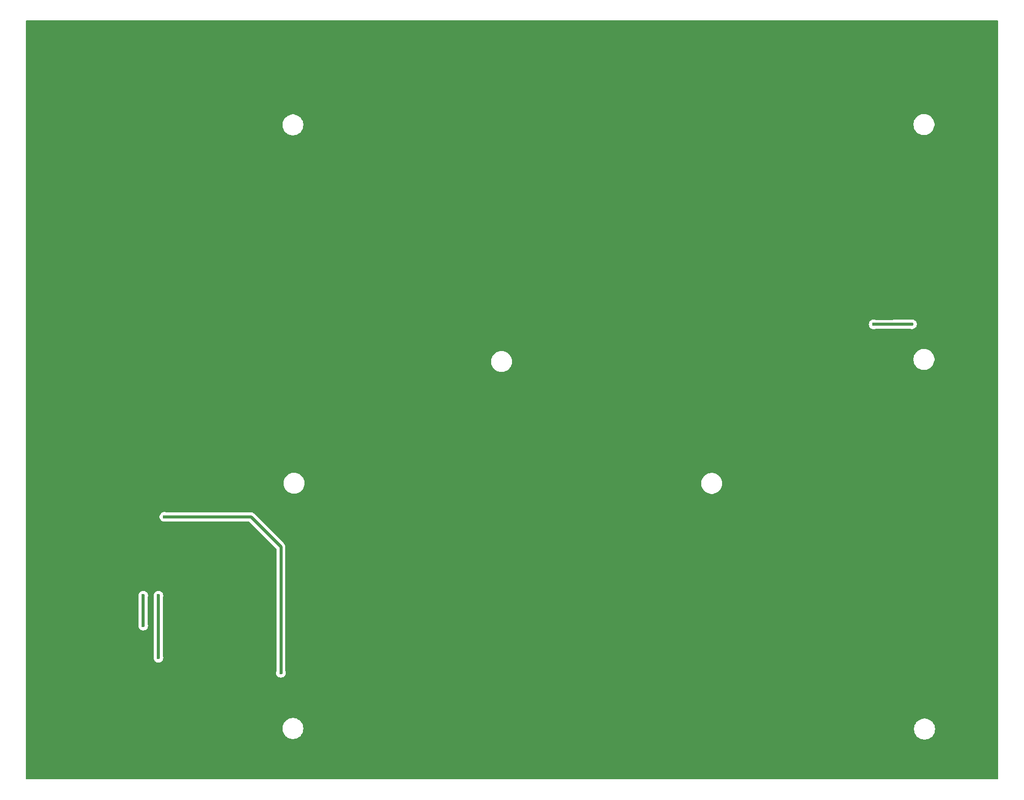
<source format=gbr>
%TF.GenerationSoftware,KiCad,Pcbnew,9.0.2*%
%TF.CreationDate,2025-06-04T15:30:10+02:00*%
%TF.ProjectId,Temp_Sensor_Circuit_Side2,54656d70-5f53-4656-9e73-6f725f436972,rev?*%
%TF.SameCoordinates,Original*%
%TF.FileFunction,Copper,L2,Bot*%
%TF.FilePolarity,Positive*%
%FSLAX46Y46*%
G04 Gerber Fmt 4.6, Leading zero omitted, Abs format (unit mm)*
G04 Created by KiCad (PCBNEW 9.0.2) date 2025-06-04 15:30:10*
%MOMM*%
%LPD*%
G01*
G04 APERTURE LIST*
%TA.AperFunction,ViaPad*%
%ADD10C,0.600000*%
%TD*%
%TA.AperFunction,Conductor*%
%ADD11C,0.500000*%
%TD*%
G04 APERTURE END LIST*
D10*
%TO.N,GND*%
X150760000Y-103930000D03*
X106210000Y-95780000D03*
X178060000Y-112930000D03*
X82540000Y-124300000D03*
X82540000Y-151180000D03*
X182460000Y-112930000D03*
X106210000Y-91720000D03*
X150760000Y-95700000D03*
%TO.N,Net-(J2-Pin_6)*%
X183800000Y-89070000D03*
X177400000Y-89100000D03*
%TO.N,Net-(J2-Pin_4)*%
X55530000Y-139380000D03*
X55530000Y-134380000D03*
%TO.N,Net-(J2-Pin_3)*%
X78500000Y-147260000D03*
X59060000Y-121220000D03*
%TO.N,Net-(J2-Pin_2)*%
X58070000Y-144730000D03*
X58070000Y-134400000D03*
%TD*%
D11*
%TO.N,Net-(J2-Pin_6)*%
X183800000Y-89070000D02*
X177400000Y-89100000D01*
%TO.N,GND*%
X106210000Y-95780000D02*
X106210000Y-91720000D01*
X150760000Y-95700000D02*
X150760000Y-103930000D01*
X178060000Y-112930000D02*
X182460000Y-112930000D01*
X82540000Y-124300000D02*
X82540000Y-151180000D01*
%TO.N,Net-(J2-Pin_4)*%
X55530000Y-134380000D02*
X55530000Y-139380000D01*
%TO.N,Net-(J2-Pin_3)*%
X59060000Y-121220000D02*
X73510000Y-121220000D01*
X78500000Y-147260000D02*
X78500000Y-126210000D01*
X73510000Y-121220000D02*
X78500000Y-126210000D01*
%TO.N,Net-(J2-Pin_2)*%
X58070000Y-134400000D02*
X58070000Y-144730000D01*
%TD*%
%TA.AperFunction,Conductor*%
%TO.N,GND*%
G36*
X198092539Y-38370185D02*
G01*
X198138294Y-38422989D01*
X198149500Y-38474500D01*
X198149500Y-164925500D01*
X198129815Y-164992539D01*
X198077011Y-165038294D01*
X198025500Y-165049500D01*
X36074500Y-165049500D01*
X36007461Y-165029815D01*
X35961706Y-164977011D01*
X35950500Y-164925500D01*
X35950500Y-156422758D01*
X78749500Y-156422758D01*
X78749500Y-156652241D01*
X78762665Y-156752234D01*
X78779452Y-156879738D01*
X78806244Y-156979729D01*
X78838842Y-157101387D01*
X78926650Y-157313376D01*
X78926657Y-157313390D01*
X79041392Y-157512117D01*
X79181081Y-157694161D01*
X79181089Y-157694170D01*
X79343330Y-157856411D01*
X79343338Y-157856418D01*
X79525382Y-157996107D01*
X79525385Y-157996108D01*
X79525388Y-157996111D01*
X79724112Y-158110844D01*
X79724117Y-158110846D01*
X79724123Y-158110849D01*
X79815480Y-158148690D01*
X79936113Y-158198658D01*
X80157762Y-158258048D01*
X80385266Y-158288000D01*
X80385273Y-158288000D01*
X80614727Y-158288000D01*
X80614734Y-158288000D01*
X80842238Y-158258048D01*
X81063887Y-158198658D01*
X81275888Y-158110844D01*
X81474612Y-157996111D01*
X81656661Y-157856419D01*
X81656665Y-157856414D01*
X81656670Y-157856411D01*
X81818911Y-157694170D01*
X81818914Y-157694165D01*
X81818919Y-157694161D01*
X81958611Y-157512112D01*
X82073344Y-157313388D01*
X82161158Y-157101387D01*
X82220548Y-156879738D01*
X82250500Y-156652234D01*
X82250500Y-156522758D01*
X184149500Y-156522758D01*
X184149500Y-156752241D01*
X184172797Y-156929190D01*
X184179452Y-156979738D01*
X184215873Y-157115663D01*
X184238842Y-157201387D01*
X184326650Y-157413376D01*
X184326656Y-157413388D01*
X184436055Y-157602874D01*
X184441392Y-157612117D01*
X184581081Y-157794161D01*
X184581089Y-157794170D01*
X184743330Y-157956411D01*
X184743338Y-157956418D01*
X184925382Y-158096107D01*
X184925385Y-158096108D01*
X184925388Y-158096111D01*
X185124112Y-158210844D01*
X185124117Y-158210846D01*
X185124123Y-158210849D01*
X185215480Y-158248690D01*
X185336113Y-158298658D01*
X185557762Y-158358048D01*
X185785266Y-158388000D01*
X185785273Y-158388000D01*
X186014727Y-158388000D01*
X186014734Y-158388000D01*
X186242238Y-158358048D01*
X186463887Y-158298658D01*
X186675888Y-158210844D01*
X186874612Y-158096111D01*
X187056661Y-157956419D01*
X187056665Y-157956414D01*
X187056670Y-157956411D01*
X187218911Y-157794170D01*
X187218914Y-157794165D01*
X187218919Y-157794161D01*
X187358611Y-157612112D01*
X187473344Y-157413388D01*
X187561158Y-157201387D01*
X187620548Y-156979738D01*
X187650500Y-156752234D01*
X187650500Y-156522766D01*
X187620548Y-156295262D01*
X187561158Y-156073613D01*
X187473344Y-155861612D01*
X187358611Y-155662888D01*
X187358608Y-155662885D01*
X187358607Y-155662882D01*
X187218918Y-155480838D01*
X187218911Y-155480830D01*
X187056670Y-155318589D01*
X187056661Y-155318581D01*
X186874617Y-155178892D01*
X186675890Y-155064157D01*
X186675876Y-155064150D01*
X186463887Y-154976342D01*
X186418411Y-154964157D01*
X186242238Y-154916952D01*
X186204215Y-154911946D01*
X186014741Y-154887000D01*
X186014734Y-154887000D01*
X185785266Y-154887000D01*
X185785258Y-154887000D01*
X185568715Y-154915509D01*
X185557762Y-154916952D01*
X185464076Y-154942054D01*
X185336112Y-154976342D01*
X185124123Y-155064150D01*
X185124109Y-155064157D01*
X184925382Y-155178892D01*
X184743338Y-155318581D01*
X184581081Y-155480838D01*
X184441392Y-155662882D01*
X184326657Y-155861609D01*
X184326650Y-155861623D01*
X184238842Y-156073612D01*
X184206247Y-156195259D01*
X184192703Y-156245810D01*
X184179453Y-156295259D01*
X184179451Y-156295270D01*
X184149500Y-156522758D01*
X82250500Y-156522758D01*
X82250500Y-156422766D01*
X82220548Y-156195262D01*
X82161158Y-155973613D01*
X82073344Y-155761612D01*
X81958611Y-155562888D01*
X81958608Y-155562885D01*
X81958607Y-155562882D01*
X81850905Y-155422524D01*
X81818919Y-155380839D01*
X81818918Y-155380838D01*
X81818911Y-155380830D01*
X81656670Y-155218589D01*
X81656661Y-155218581D01*
X81474617Y-155078892D01*
X81449093Y-155064156D01*
X81275888Y-154964156D01*
X81275876Y-154964150D01*
X81063887Y-154876342D01*
X80842238Y-154816952D01*
X80804215Y-154811946D01*
X80614741Y-154787000D01*
X80614734Y-154787000D01*
X80385266Y-154787000D01*
X80385258Y-154787000D01*
X80168715Y-154815509D01*
X80157762Y-154816952D01*
X80064076Y-154842054D01*
X79936112Y-154876342D01*
X79724123Y-154964150D01*
X79724109Y-154964157D01*
X79525382Y-155078892D01*
X79343338Y-155218581D01*
X79181081Y-155380838D01*
X79041392Y-155562882D01*
X78926657Y-155761609D01*
X78926650Y-155761623D01*
X78838842Y-155973612D01*
X78779453Y-156195259D01*
X78779451Y-156195270D01*
X78749500Y-156422758D01*
X35950500Y-156422758D01*
X35950500Y-134301153D01*
X54729500Y-134301153D01*
X54729500Y-134458846D01*
X54760261Y-134613489D01*
X54760263Y-134613497D01*
X54770061Y-134637151D01*
X54779500Y-134684604D01*
X54779500Y-139075396D01*
X54770062Y-139122844D01*
X54760263Y-139146503D01*
X54760262Y-139146506D01*
X54760260Y-139146511D01*
X54729500Y-139301153D01*
X54729500Y-139458846D01*
X54760261Y-139613489D01*
X54760264Y-139613501D01*
X54820602Y-139759172D01*
X54820609Y-139759185D01*
X54908210Y-139890288D01*
X54908213Y-139890292D01*
X55019707Y-140001786D01*
X55019711Y-140001789D01*
X55150814Y-140089390D01*
X55150827Y-140089397D01*
X55296498Y-140149735D01*
X55296503Y-140149737D01*
X55451153Y-140180499D01*
X55451156Y-140180500D01*
X55451158Y-140180500D01*
X55608844Y-140180500D01*
X55608845Y-140180499D01*
X55763497Y-140149737D01*
X55909179Y-140089394D01*
X56040289Y-140001789D01*
X56151789Y-139890289D01*
X56239394Y-139759179D01*
X56299737Y-139613497D01*
X56330500Y-139458842D01*
X56330500Y-139301158D01*
X56330500Y-139301155D01*
X56330499Y-139301153D01*
X56299739Y-139146511D01*
X56299738Y-139146508D01*
X56299737Y-139146503D01*
X56289937Y-139122844D01*
X56280500Y-139075396D01*
X56280500Y-134684604D01*
X56289939Y-134637151D01*
X56299737Y-134613497D01*
X56330500Y-134458842D01*
X56330500Y-134321153D01*
X57269500Y-134321153D01*
X57269500Y-134478846D01*
X57300261Y-134633489D01*
X57300263Y-134633497D01*
X57310061Y-134657151D01*
X57319500Y-134704604D01*
X57319500Y-144425396D01*
X57310062Y-144472844D01*
X57300263Y-144496503D01*
X57300262Y-144496506D01*
X57300260Y-144496511D01*
X57269500Y-144651153D01*
X57269500Y-144808846D01*
X57300261Y-144963489D01*
X57300264Y-144963501D01*
X57360602Y-145109172D01*
X57360609Y-145109185D01*
X57448210Y-145240288D01*
X57448213Y-145240292D01*
X57559707Y-145351786D01*
X57559711Y-145351789D01*
X57690814Y-145439390D01*
X57690827Y-145439397D01*
X57836498Y-145499735D01*
X57836503Y-145499737D01*
X57991153Y-145530499D01*
X57991156Y-145530500D01*
X57991158Y-145530500D01*
X58148844Y-145530500D01*
X58148845Y-145530499D01*
X58303497Y-145499737D01*
X58449179Y-145439394D01*
X58580289Y-145351789D01*
X58691789Y-145240289D01*
X58779394Y-145109179D01*
X58839737Y-144963497D01*
X58870500Y-144808842D01*
X58870500Y-144651158D01*
X58870500Y-144651155D01*
X58870499Y-144651153D01*
X58839739Y-144496511D01*
X58839738Y-144496508D01*
X58839737Y-144496503D01*
X58829937Y-144472844D01*
X58820500Y-144425396D01*
X58820500Y-134704604D01*
X58829939Y-134657151D01*
X58838223Y-134637151D01*
X58839737Y-134633497D01*
X58870500Y-134478842D01*
X58870500Y-134321158D01*
X58870500Y-134321155D01*
X58870499Y-134321153D01*
X58839738Y-134166510D01*
X58839737Y-134166503D01*
X58831451Y-134146498D01*
X58779397Y-134020827D01*
X58779390Y-134020814D01*
X58691789Y-133889711D01*
X58691786Y-133889707D01*
X58580292Y-133778213D01*
X58580288Y-133778210D01*
X58449185Y-133690609D01*
X58449172Y-133690602D01*
X58303501Y-133630264D01*
X58303489Y-133630261D01*
X58148845Y-133599500D01*
X58148842Y-133599500D01*
X57991158Y-133599500D01*
X57991155Y-133599500D01*
X57836510Y-133630261D01*
X57836498Y-133630264D01*
X57690827Y-133690602D01*
X57690814Y-133690609D01*
X57559711Y-133778210D01*
X57559707Y-133778213D01*
X57448213Y-133889707D01*
X57448210Y-133889711D01*
X57360609Y-134020814D01*
X57360602Y-134020827D01*
X57300264Y-134166498D01*
X57300261Y-134166510D01*
X57269500Y-134321153D01*
X56330500Y-134321153D01*
X56330500Y-134301158D01*
X56330500Y-134301155D01*
X56330499Y-134301153D01*
X56299737Y-134146503D01*
X56247681Y-134020827D01*
X56239397Y-134000827D01*
X56239390Y-134000814D01*
X56151789Y-133869711D01*
X56151786Y-133869707D01*
X56040292Y-133758213D01*
X56040288Y-133758210D01*
X55909185Y-133670609D01*
X55909172Y-133670602D01*
X55763501Y-133610264D01*
X55763489Y-133610261D01*
X55608845Y-133579500D01*
X55608842Y-133579500D01*
X55451158Y-133579500D01*
X55451155Y-133579500D01*
X55296510Y-133610261D01*
X55296498Y-133610264D01*
X55150827Y-133670602D01*
X55150814Y-133670609D01*
X55019711Y-133758210D01*
X55019707Y-133758213D01*
X54908213Y-133869707D01*
X54908210Y-133869711D01*
X54820609Y-134000814D01*
X54820602Y-134000827D01*
X54760264Y-134146498D01*
X54760261Y-134146510D01*
X54729500Y-134301153D01*
X35950500Y-134301153D01*
X35950500Y-121141153D01*
X58259500Y-121141153D01*
X58259500Y-121298846D01*
X58290261Y-121453489D01*
X58290264Y-121453501D01*
X58350602Y-121599172D01*
X58350609Y-121599185D01*
X58438210Y-121730288D01*
X58438213Y-121730292D01*
X58549707Y-121841786D01*
X58549711Y-121841789D01*
X58680814Y-121929390D01*
X58680827Y-121929397D01*
X58780060Y-121970500D01*
X58826503Y-121989737D01*
X58981153Y-122020499D01*
X58981156Y-122020500D01*
X58981158Y-122020500D01*
X59138844Y-122020500D01*
X59138845Y-122020499D01*
X59215152Y-122005320D01*
X59293488Y-121989739D01*
X59293489Y-121989738D01*
X59293497Y-121989737D01*
X59317155Y-121979937D01*
X59364604Y-121970500D01*
X73147770Y-121970500D01*
X73214809Y-121990185D01*
X73235451Y-122006819D01*
X77713181Y-126484548D01*
X77746666Y-126545871D01*
X77749500Y-126572229D01*
X77749500Y-146955396D01*
X77740062Y-147002844D01*
X77730263Y-147026503D01*
X77730262Y-147026506D01*
X77730260Y-147026511D01*
X77699500Y-147181153D01*
X77699500Y-147338846D01*
X77730261Y-147493489D01*
X77730264Y-147493501D01*
X77790602Y-147639172D01*
X77790609Y-147639185D01*
X77878210Y-147770288D01*
X77878213Y-147770292D01*
X77989707Y-147881786D01*
X77989711Y-147881789D01*
X78120814Y-147969390D01*
X78120827Y-147969397D01*
X78266498Y-148029735D01*
X78266503Y-148029737D01*
X78421153Y-148060499D01*
X78421156Y-148060500D01*
X78421158Y-148060500D01*
X78578844Y-148060500D01*
X78578845Y-148060499D01*
X78733497Y-148029737D01*
X78879179Y-147969394D01*
X79010289Y-147881789D01*
X79121789Y-147770289D01*
X79209394Y-147639179D01*
X79269737Y-147493497D01*
X79300500Y-147338842D01*
X79300500Y-147181158D01*
X79300500Y-147181155D01*
X79300499Y-147181153D01*
X79269739Y-147026511D01*
X79269738Y-147026508D01*
X79269737Y-147026503D01*
X79259937Y-147002844D01*
X79250500Y-146955396D01*
X79250500Y-126136081D01*
X79244763Y-126107242D01*
X79244763Y-126107240D01*
X79221660Y-125991095D01*
X79221659Y-125991088D01*
X79167408Y-125860117D01*
X79165764Y-125855522D01*
X79082954Y-125731588D01*
X79082953Y-125731587D01*
X79082951Y-125731584D01*
X78978416Y-125627049D01*
X75280758Y-121929390D01*
X73988421Y-120637052D01*
X73988414Y-120637046D01*
X73914729Y-120587812D01*
X73914729Y-120587813D01*
X73865491Y-120554913D01*
X73728917Y-120498343D01*
X73728907Y-120498340D01*
X73583920Y-120469500D01*
X73583918Y-120469500D01*
X59364604Y-120469500D01*
X59317155Y-120460062D01*
X59293497Y-120450263D01*
X59293493Y-120450262D01*
X59293488Y-120450260D01*
X59138845Y-120419500D01*
X59138842Y-120419500D01*
X58981158Y-120419500D01*
X58981155Y-120419500D01*
X58826510Y-120450261D01*
X58826498Y-120450264D01*
X58680827Y-120510602D01*
X58680814Y-120510609D01*
X58549711Y-120598210D01*
X58549707Y-120598213D01*
X58438213Y-120709707D01*
X58438210Y-120709711D01*
X58350609Y-120840814D01*
X58350602Y-120840827D01*
X58290264Y-120986498D01*
X58290261Y-120986510D01*
X58259500Y-121141153D01*
X35950500Y-121141153D01*
X35950500Y-115485258D01*
X78949500Y-115485258D01*
X78949500Y-115714741D01*
X78972797Y-115891690D01*
X78979452Y-115942238D01*
X78979453Y-115942240D01*
X79038842Y-116163887D01*
X79126650Y-116375876D01*
X79126657Y-116375890D01*
X79241392Y-116574617D01*
X79381081Y-116756661D01*
X79381089Y-116756670D01*
X79543330Y-116918911D01*
X79543338Y-116918918D01*
X79725382Y-117058607D01*
X79725385Y-117058608D01*
X79725388Y-117058611D01*
X79924112Y-117173344D01*
X79924117Y-117173346D01*
X79924123Y-117173349D01*
X80014640Y-117210842D01*
X80136113Y-117261158D01*
X80357762Y-117320548D01*
X80585266Y-117350500D01*
X80585273Y-117350500D01*
X80814727Y-117350500D01*
X80814734Y-117350500D01*
X81042238Y-117320548D01*
X81263887Y-117261158D01*
X81475888Y-117173344D01*
X81674612Y-117058611D01*
X81856661Y-116918919D01*
X81856665Y-116918914D01*
X81856670Y-116918911D01*
X82018911Y-116756670D01*
X82018914Y-116756665D01*
X82018919Y-116756661D01*
X82158611Y-116574612D01*
X82273344Y-116375888D01*
X82361158Y-116163887D01*
X82420548Y-115942238D01*
X82450500Y-115714734D01*
X82450500Y-115522758D01*
X148649500Y-115522758D01*
X148649500Y-115752241D01*
X148667860Y-115891690D01*
X148679452Y-115979738D01*
X148679453Y-115979740D01*
X148738842Y-116201387D01*
X148826650Y-116413376D01*
X148826657Y-116413390D01*
X148941392Y-116612117D01*
X149081081Y-116794161D01*
X149081089Y-116794170D01*
X149243330Y-116956411D01*
X149243338Y-116956418D01*
X149425382Y-117096107D01*
X149425385Y-117096108D01*
X149425388Y-117096111D01*
X149624112Y-117210844D01*
X149624117Y-117210846D01*
X149624123Y-117210849D01*
X149715480Y-117248690D01*
X149836113Y-117298658D01*
X150057762Y-117358048D01*
X150285266Y-117388000D01*
X150285273Y-117388000D01*
X150514727Y-117388000D01*
X150514734Y-117388000D01*
X150742238Y-117358048D01*
X150963887Y-117298658D01*
X151175888Y-117210844D01*
X151374612Y-117096111D01*
X151556661Y-116956419D01*
X151556665Y-116956414D01*
X151556670Y-116956411D01*
X151718911Y-116794170D01*
X151718914Y-116794165D01*
X151718919Y-116794161D01*
X151858611Y-116612112D01*
X151973344Y-116413388D01*
X152061158Y-116201387D01*
X152120548Y-115979738D01*
X152150500Y-115752234D01*
X152150500Y-115522766D01*
X152120548Y-115295262D01*
X152061158Y-115073613D01*
X151973344Y-114861612D01*
X151858611Y-114662888D01*
X151858608Y-114662885D01*
X151858607Y-114662882D01*
X151718918Y-114480838D01*
X151718911Y-114480830D01*
X151556670Y-114318589D01*
X151556661Y-114318581D01*
X151374617Y-114178892D01*
X151175890Y-114064157D01*
X151175876Y-114064150D01*
X150963887Y-113976342D01*
X150742238Y-113916952D01*
X150704215Y-113911946D01*
X150514741Y-113887000D01*
X150514734Y-113887000D01*
X150285266Y-113887000D01*
X150285258Y-113887000D01*
X150068715Y-113915509D01*
X150057762Y-113916952D01*
X149964076Y-113942054D01*
X149836112Y-113976342D01*
X149624123Y-114064150D01*
X149624109Y-114064157D01*
X149425382Y-114178892D01*
X149243338Y-114318581D01*
X149081081Y-114480838D01*
X148941392Y-114662882D01*
X148826657Y-114861609D01*
X148826650Y-114861623D01*
X148738842Y-115073612D01*
X148679453Y-115295259D01*
X148679451Y-115295270D01*
X148649500Y-115522758D01*
X82450500Y-115522758D01*
X82450500Y-115485266D01*
X82420548Y-115257762D01*
X82361158Y-115036113D01*
X82288876Y-114861609D01*
X82273349Y-114824123D01*
X82273346Y-114824117D01*
X82273344Y-114824112D01*
X82158611Y-114625388D01*
X82158608Y-114625385D01*
X82158607Y-114625382D01*
X82018918Y-114443338D01*
X82018911Y-114443330D01*
X81856670Y-114281089D01*
X81856661Y-114281081D01*
X81674617Y-114141392D01*
X81475890Y-114026657D01*
X81475876Y-114026650D01*
X81263887Y-113938842D01*
X81182191Y-113916952D01*
X81042238Y-113879452D01*
X81004215Y-113874446D01*
X80814741Y-113849500D01*
X80814734Y-113849500D01*
X80585266Y-113849500D01*
X80585258Y-113849500D01*
X80368715Y-113878009D01*
X80357762Y-113879452D01*
X80264076Y-113904554D01*
X80136112Y-113938842D01*
X79924123Y-114026650D01*
X79924109Y-114026657D01*
X79725382Y-114141392D01*
X79543338Y-114281081D01*
X79381081Y-114443338D01*
X79241392Y-114625382D01*
X79126657Y-114824109D01*
X79126650Y-114824123D01*
X79038842Y-115036112D01*
X78979453Y-115257759D01*
X78979451Y-115257770D01*
X78949500Y-115485258D01*
X35950500Y-115485258D01*
X35950500Y-95185258D01*
X113549500Y-95185258D01*
X113549500Y-95414741D01*
X113560908Y-95501387D01*
X113579452Y-95642238D01*
X113615873Y-95778163D01*
X113638842Y-95863887D01*
X113726650Y-96075876D01*
X113726657Y-96075890D01*
X113841392Y-96274617D01*
X113981081Y-96456661D01*
X113981089Y-96456670D01*
X114143330Y-96618911D01*
X114143338Y-96618918D01*
X114325382Y-96758607D01*
X114325385Y-96758608D01*
X114325388Y-96758611D01*
X114524112Y-96873344D01*
X114524117Y-96873346D01*
X114524123Y-96873349D01*
X114615480Y-96911190D01*
X114736113Y-96961158D01*
X114957762Y-97020548D01*
X115185266Y-97050500D01*
X115185273Y-97050500D01*
X115414727Y-97050500D01*
X115414734Y-97050500D01*
X115642238Y-97020548D01*
X115863887Y-96961158D01*
X116075888Y-96873344D01*
X116274612Y-96758611D01*
X116456661Y-96618919D01*
X116456665Y-96618914D01*
X116456670Y-96618911D01*
X116618911Y-96456670D01*
X116618914Y-96456665D01*
X116618919Y-96456661D01*
X116758611Y-96274612D01*
X116873344Y-96075888D01*
X116961158Y-95863887D01*
X117020548Y-95642238D01*
X117050500Y-95414734D01*
X117050500Y-95185266D01*
X117020548Y-94957762D01*
X116984374Y-94822758D01*
X184049500Y-94822758D01*
X184049500Y-95052241D01*
X184067013Y-95185258D01*
X184079452Y-95279738D01*
X184079453Y-95279740D01*
X184138842Y-95501387D01*
X184226650Y-95713376D01*
X184226657Y-95713390D01*
X184341392Y-95912117D01*
X184481081Y-96094161D01*
X184481089Y-96094170D01*
X184643330Y-96256411D01*
X184643338Y-96256418D01*
X184643339Y-96256419D01*
X184667055Y-96274617D01*
X184825382Y-96396107D01*
X184825385Y-96396108D01*
X184825388Y-96396111D01*
X185024112Y-96510844D01*
X185024117Y-96510846D01*
X185024123Y-96510849D01*
X185034087Y-96514976D01*
X185236113Y-96598658D01*
X185457762Y-96658048D01*
X185685266Y-96688000D01*
X185685273Y-96688000D01*
X185914727Y-96688000D01*
X185914734Y-96688000D01*
X186142238Y-96658048D01*
X186363887Y-96598658D01*
X186575888Y-96510844D01*
X186774612Y-96396111D01*
X186956661Y-96256419D01*
X186956665Y-96256414D01*
X186956670Y-96256411D01*
X187118911Y-96094170D01*
X187118914Y-96094165D01*
X187118919Y-96094161D01*
X187258611Y-95912112D01*
X187373344Y-95713388D01*
X187461158Y-95501387D01*
X187520548Y-95279738D01*
X187550500Y-95052234D01*
X187550500Y-94822766D01*
X187520548Y-94595262D01*
X187461158Y-94373613D01*
X187411190Y-94252980D01*
X187373349Y-94161623D01*
X187373346Y-94161617D01*
X187373344Y-94161612D01*
X187258611Y-93962888D01*
X187258608Y-93962885D01*
X187258607Y-93962882D01*
X187118918Y-93780838D01*
X187118911Y-93780830D01*
X186956670Y-93618589D01*
X186956661Y-93618581D01*
X186774617Y-93478892D01*
X186575890Y-93364157D01*
X186575876Y-93364150D01*
X186363887Y-93276342D01*
X186142238Y-93216952D01*
X186104215Y-93211946D01*
X185914741Y-93187000D01*
X185914734Y-93187000D01*
X185685266Y-93187000D01*
X185685258Y-93187000D01*
X185468715Y-93215509D01*
X185457762Y-93216952D01*
X185364076Y-93242054D01*
X185236112Y-93276342D01*
X185024123Y-93364150D01*
X185024109Y-93364157D01*
X184825382Y-93478892D01*
X184643338Y-93618581D01*
X184481081Y-93780838D01*
X184341392Y-93962882D01*
X184226657Y-94161609D01*
X184226650Y-94161623D01*
X184138842Y-94373612D01*
X184079453Y-94595259D01*
X184079451Y-94595270D01*
X184049500Y-94822758D01*
X116984374Y-94822758D01*
X116961158Y-94736113D01*
X116873344Y-94524112D01*
X116758611Y-94325388D01*
X116758608Y-94325385D01*
X116758607Y-94325382D01*
X116618918Y-94143338D01*
X116618911Y-94143330D01*
X116456670Y-93981089D01*
X116456661Y-93981081D01*
X116274617Y-93841392D01*
X116075890Y-93726657D01*
X116075876Y-93726650D01*
X115863887Y-93638842D01*
X115642238Y-93579452D01*
X115604215Y-93574446D01*
X115414741Y-93549500D01*
X115414734Y-93549500D01*
X115185266Y-93549500D01*
X115185258Y-93549500D01*
X114968715Y-93578009D01*
X114957762Y-93579452D01*
X114864076Y-93604554D01*
X114736112Y-93638842D01*
X114524123Y-93726650D01*
X114524109Y-93726657D01*
X114325382Y-93841392D01*
X114143338Y-93981081D01*
X113981081Y-94143338D01*
X113841392Y-94325382D01*
X113726657Y-94524109D01*
X113726650Y-94524123D01*
X113638842Y-94736112D01*
X113579453Y-94957759D01*
X113579451Y-94957770D01*
X113549500Y-95185258D01*
X35950500Y-95185258D01*
X35950500Y-89021153D01*
X176599500Y-89021153D01*
X176599500Y-89178846D01*
X176630261Y-89333489D01*
X176630264Y-89333501D01*
X176690602Y-89479172D01*
X176690609Y-89479185D01*
X176778210Y-89610288D01*
X176778213Y-89610292D01*
X176889707Y-89721786D01*
X176889711Y-89721789D01*
X177020814Y-89809390D01*
X177020827Y-89809397D01*
X177139386Y-89858505D01*
X177166503Y-89869737D01*
X177321153Y-89900499D01*
X177321156Y-89900500D01*
X177321158Y-89900500D01*
X177478844Y-89900500D01*
X177478845Y-89900499D01*
X177633497Y-89869737D01*
X177660616Y-89858503D01*
X177707481Y-89849065D01*
X183498245Y-89821922D01*
X183546278Y-89831360D01*
X183566498Y-89839735D01*
X183566503Y-89839737D01*
X183717312Y-89869735D01*
X183721153Y-89870499D01*
X183721156Y-89870500D01*
X183721158Y-89870500D01*
X183878844Y-89870500D01*
X183878845Y-89870499D01*
X184033497Y-89839737D01*
X184179179Y-89779394D01*
X184310289Y-89691789D01*
X184421789Y-89580289D01*
X184509394Y-89449179D01*
X184569737Y-89303497D01*
X184600500Y-89148842D01*
X184600500Y-88991158D01*
X184600500Y-88991155D01*
X184600499Y-88991153D01*
X184569737Y-88836503D01*
X184521823Y-88720827D01*
X184509397Y-88690827D01*
X184509390Y-88690814D01*
X184421789Y-88559711D01*
X184421786Y-88559707D01*
X184310292Y-88448213D01*
X184310288Y-88448210D01*
X184179185Y-88360609D01*
X184179172Y-88360602D01*
X184033501Y-88300264D01*
X184033489Y-88300261D01*
X183878845Y-88269500D01*
X183878842Y-88269500D01*
X183721158Y-88269500D01*
X183721155Y-88269500D01*
X183566505Y-88300261D01*
X183566501Y-88300263D01*
X183539382Y-88311496D01*
X183492512Y-88320933D01*
X177701751Y-88348076D01*
X177653721Y-88338640D01*
X177633497Y-88330263D01*
X177633493Y-88330262D01*
X177633488Y-88330260D01*
X177478845Y-88299500D01*
X177478842Y-88299500D01*
X177321158Y-88299500D01*
X177321155Y-88299500D01*
X177166510Y-88330261D01*
X177166498Y-88330264D01*
X177020827Y-88390602D01*
X177020814Y-88390609D01*
X176889711Y-88478210D01*
X176889707Y-88478213D01*
X176778213Y-88589707D01*
X176778210Y-88589711D01*
X176690609Y-88720814D01*
X176690602Y-88720827D01*
X176630264Y-88866498D01*
X176630261Y-88866510D01*
X176599500Y-89021153D01*
X35950500Y-89021153D01*
X35950500Y-55685258D01*
X78749500Y-55685258D01*
X78749500Y-55914741D01*
X78771224Y-56079740D01*
X78779452Y-56142238D01*
X78779453Y-56142240D01*
X78838842Y-56363887D01*
X78926650Y-56575876D01*
X78926657Y-56575890D01*
X79041392Y-56774617D01*
X79181081Y-56956661D01*
X79181089Y-56956670D01*
X79343330Y-57118911D01*
X79343338Y-57118918D01*
X79525382Y-57258607D01*
X79525385Y-57258608D01*
X79525388Y-57258611D01*
X79724112Y-57373344D01*
X79724117Y-57373346D01*
X79724123Y-57373349D01*
X79785225Y-57398658D01*
X79936113Y-57461158D01*
X80157762Y-57520548D01*
X80385266Y-57550500D01*
X80385273Y-57550500D01*
X80614727Y-57550500D01*
X80614734Y-57550500D01*
X80842238Y-57520548D01*
X81063887Y-57461158D01*
X81275888Y-57373344D01*
X81474612Y-57258611D01*
X81656661Y-57118919D01*
X81656665Y-57118914D01*
X81656670Y-57118911D01*
X81818911Y-56956670D01*
X81818914Y-56956665D01*
X81818919Y-56956661D01*
X81958611Y-56774612D01*
X82073344Y-56575888D01*
X82161158Y-56363887D01*
X82220548Y-56142238D01*
X82250500Y-55914734D01*
X82250500Y-55685266D01*
X82242271Y-55622758D01*
X184049500Y-55622758D01*
X184049500Y-55852241D01*
X184057728Y-55914734D01*
X184079452Y-56079738D01*
X184115873Y-56215663D01*
X184138842Y-56301387D01*
X184226650Y-56513376D01*
X184226657Y-56513390D01*
X184341392Y-56712117D01*
X184481081Y-56894161D01*
X184481089Y-56894170D01*
X184643330Y-57056411D01*
X184643338Y-57056418D01*
X184825382Y-57196107D01*
X184825385Y-57196108D01*
X184825388Y-57196111D01*
X185024112Y-57310844D01*
X185024117Y-57310846D01*
X185024123Y-57310849D01*
X185115480Y-57348690D01*
X185236113Y-57398658D01*
X185457762Y-57458048D01*
X185685266Y-57488000D01*
X185685273Y-57488000D01*
X185914727Y-57488000D01*
X185914734Y-57488000D01*
X186142238Y-57458048D01*
X186363887Y-57398658D01*
X186575888Y-57310844D01*
X186774612Y-57196111D01*
X186956661Y-57056419D01*
X186956665Y-57056414D01*
X186956670Y-57056411D01*
X187118911Y-56894170D01*
X187118914Y-56894165D01*
X187118919Y-56894161D01*
X187258611Y-56712112D01*
X187373344Y-56513388D01*
X187461158Y-56301387D01*
X187520548Y-56079738D01*
X187550500Y-55852234D01*
X187550500Y-55622766D01*
X187520548Y-55395262D01*
X187461158Y-55173613D01*
X187399237Y-55024123D01*
X187373349Y-54961623D01*
X187373346Y-54961617D01*
X187373344Y-54961612D01*
X187258611Y-54762888D01*
X187258608Y-54762885D01*
X187258607Y-54762882D01*
X187118918Y-54580838D01*
X187118911Y-54580830D01*
X186956670Y-54418589D01*
X186956661Y-54418581D01*
X186774617Y-54278892D01*
X186575890Y-54164157D01*
X186575876Y-54164150D01*
X186363887Y-54076342D01*
X186142238Y-54016952D01*
X186104215Y-54011946D01*
X185914741Y-53987000D01*
X185914734Y-53987000D01*
X185685266Y-53987000D01*
X185685258Y-53987000D01*
X185468715Y-54015509D01*
X185457762Y-54016952D01*
X185364076Y-54042054D01*
X185236112Y-54076342D01*
X185024123Y-54164150D01*
X185024109Y-54164157D01*
X184825382Y-54278892D01*
X184643338Y-54418581D01*
X184481081Y-54580838D01*
X184341392Y-54762882D01*
X184226657Y-54961609D01*
X184226650Y-54961623D01*
X184138842Y-55173612D01*
X184079453Y-55395259D01*
X184079451Y-55395270D01*
X184049500Y-55622758D01*
X82242271Y-55622758D01*
X82220548Y-55457762D01*
X82161158Y-55236113D01*
X82073344Y-55024112D01*
X81958611Y-54825388D01*
X81958608Y-54825385D01*
X81958607Y-54825382D01*
X81818918Y-54643338D01*
X81818911Y-54643330D01*
X81656670Y-54481089D01*
X81656661Y-54481081D01*
X81474617Y-54341392D01*
X81275890Y-54226657D01*
X81275876Y-54226650D01*
X81063887Y-54138842D01*
X80842238Y-54079452D01*
X80804215Y-54074446D01*
X80614741Y-54049500D01*
X80614734Y-54049500D01*
X80385266Y-54049500D01*
X80385258Y-54049500D01*
X80181384Y-54076342D01*
X80157762Y-54079452D01*
X80064076Y-54104554D01*
X79936112Y-54138842D01*
X79724123Y-54226650D01*
X79724109Y-54226657D01*
X79525382Y-54341392D01*
X79343338Y-54481081D01*
X79181081Y-54643338D01*
X79041392Y-54825382D01*
X78926657Y-55024109D01*
X78926650Y-55024123D01*
X78838842Y-55236112D01*
X78804554Y-55364076D01*
X78782655Y-55445810D01*
X78779453Y-55457759D01*
X78779451Y-55457770D01*
X78749500Y-55685258D01*
X35950500Y-55685258D01*
X35950500Y-38474500D01*
X35970185Y-38407461D01*
X36022989Y-38361706D01*
X36074500Y-38350500D01*
X198025500Y-38350500D01*
X198092539Y-38370185D01*
G37*
%TD.AperFunction*%
%TD*%
M02*

</source>
